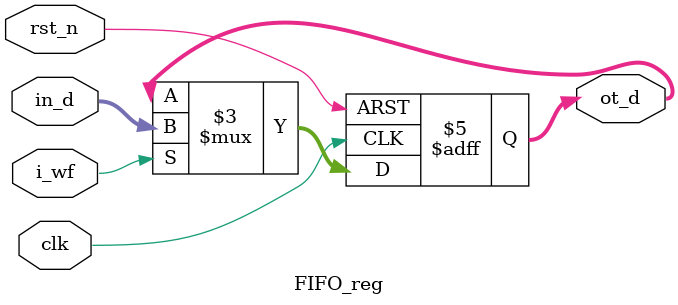
<source format=v>
`timescale 1ns / 1ps

module FIFO_reg #(
    parameter DWIDTH = 8
)
(
    input                    clk,
    input                    rst_n,
    input                    i_wf,
    input       [DWIDTH-1:0] in_d,
    output reg  [DWIDTH-1:0] ot_d
);

always @ (posedge clk or negedge rst_n) begin
    if (!rst_n) begin
        ot_d <= 0;
    end else if (i_wf) begin
        ot_d <= in_d;
    end
end

endmodule
</source>
